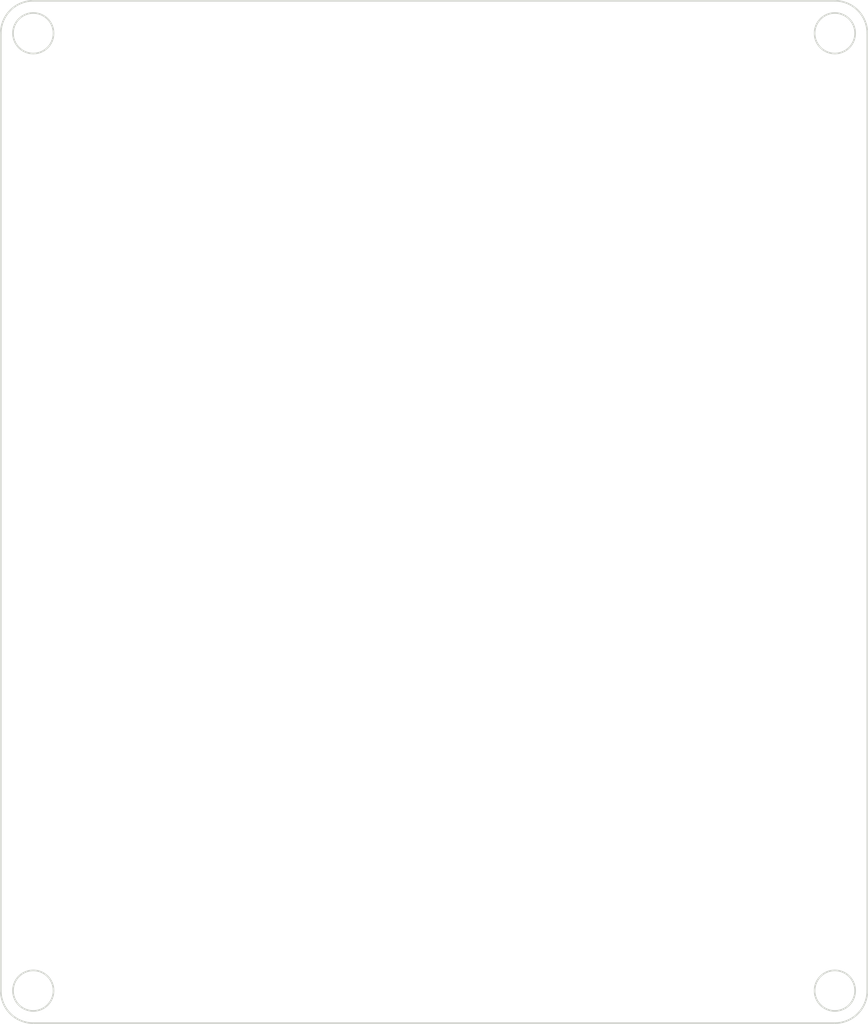
<source format=kicad_pcb>
(kicad_pcb
	(version 20240108)
	(generator "pcbnew")
	(generator_version "8.0")
	(general
		(thickness 1.6)
		(legacy_teardrops no)
	)
	(paper "A4")
	(layers
		(0 "F.Cu" signal)
		(1 "In1.Cu" signal)
		(2 "In2.Cu" signal)
		(31 "B.Cu" signal)
		(32 "B.Adhes" user "B.Adhesive")
		(33 "F.Adhes" user "F.Adhesive")
		(34 "B.Paste" user)
		(35 "F.Paste" user)
		(36 "B.SilkS" user "B.Silkscreen")
		(37 "F.SilkS" user "F.Silkscreen")
		(38 "B.Mask" user)
		(39 "F.Mask" user)
		(40 "Dwgs.User" user "User.Drawings")
		(41 "Cmts.User" user "User.Comments")
		(42 "Eco1.User" user "User.Eco1")
		(43 "Eco2.User" user "User.Eco2")
		(44 "Edge.Cuts" user)
		(45 "Margin" user)
		(46 "B.CrtYd" user "B.Courtyard")
		(47 "F.CrtYd" user "F.Courtyard")
		(48 "B.Fab" user)
		(49 "F.Fab" user)
		(50 "User.1" user)
		(51 "User.2" user)
		(52 "User.3" user)
		(53 "User.4" user)
		(54 "User.5" user)
		(55 "User.6" user)
		(56 "User.7" user)
		(57 "User.8" user)
		(58 "User.9" user)
	)
	(setup
		(stackup
			(layer "F.SilkS"
				(type "Top Silk Screen")
			)
			(layer "F.Paste"
				(type "Top Solder Paste")
			)
			(layer "F.Mask"
				(type "Top Solder Mask")
				(thickness 0.01)
			)
			(layer "F.Cu"
				(type "copper")
				(thickness 0.035)
			)
			(layer "dielectric 1"
				(type "prepreg")
				(thickness 0.1)
				(material "FR4")
				(epsilon_r 4.5)
				(loss_tangent 0.02)
			)
			(layer "In1.Cu"
				(type "copper")
				(thickness 0.035)
			)
			(layer "dielectric 2"
				(type "core")
				(thickness 1.24)
				(material "FR4")
				(epsilon_r 4.5)
				(loss_tangent 0.02)
			)
			(layer "In2.Cu"
				(type "copper")
				(thickness 0.035)
			)
			(layer "dielectric 3"
				(type "prepreg")
				(thickness 0.1)
				(material "FR4")
				(epsilon_r 4.5)
				(loss_tangent 0.02)
			)
			(layer "B.Cu"
				(type "copper")
				(thickness 0.035)
			)
			(layer "B.Mask"
				(type "Bottom Solder Mask")
				(thickness 0.01)
			)
			(layer "B.Paste"
				(type "Bottom Solder Paste")
			)
			(layer "B.SilkS"
				(type "Bottom Silk Screen")
			)
			(copper_finish "Immersion gold")
			(dielectric_constraints no)
		)
		(pad_to_mask_clearance 0)
		(allow_soldermask_bridges_in_footprints no)
		(pcbplotparams
			(layerselection 0x00010fc_ffffffff)
			(plot_on_all_layers_selection 0x0000000_00000000)
			(disableapertmacros no)
			(usegerberextensions no)
			(usegerberattributes yes)
			(usegerberadvancedattributes yes)
			(creategerberjobfile yes)
			(dashed_line_dash_ratio 12.000000)
			(dashed_line_gap_ratio 3.000000)
			(svgprecision 4)
			(plotframeref no)
			(viasonmask no)
			(mode 1)
			(useauxorigin no)
			(hpglpennumber 1)
			(hpglpenspeed 20)
			(hpglpendiameter 15.000000)
			(pdf_front_fp_property_popups yes)
			(pdf_back_fp_property_popups yes)
			(dxfpolygonmode yes)
			(dxfimperialunits yes)
			(dxfusepcbnewfont yes)
			(psnegative no)
			(psa4output no)
			(plotreference yes)
			(plotvalue yes)
			(plotfptext yes)
			(plotinvisibletext no)
			(sketchpadsonfab no)
			(subtractmaskfromsilk no)
			(outputformat 1)
			(mirror no)
			(drillshape 0)
			(scaleselection 1)
			(outputdirectory "Gerber/")
		)
	)
	(net 0 "")
	(gr_line
		(start 144.1912 42.2844)
		(end 144.1912 101.2844)
		(stroke
			(width 0.1)
			(type default)
		)
		(layer "Edge.Cuts")
		(uuid "0dce2c72-f91d-44e9-8cbd-dd3a87778bcf")
	)
	(gr_circle
		(center 146.1912 101.2844)
		(end 147.4412 101.2844)
		(stroke
			(width 0.1)
			(type default)
		)
		(fill none)
		(layer "Edge.Cuts")
		(uuid "18d01811-6935-4d0d-aebf-63e31a45ca9c")
	)
	(gr_arc
		(start 195.5912 40.2844)
		(mid 197.005433 40.870178)
		(end 197.5912 42.2844)
		(stroke
			(width 0.1)
			(type default)
		)
		(layer "Edge.Cuts")
		(uuid "43b4acff-3d42-4eb2-a2cc-43bcf0ea6ecd")
	)
	(gr_line
		(start 146.1912 103.2844)
		(end 195.5912 103.2844)
		(stroke
			(width 0.1)
			(type default)
		)
		(layer "Edge.Cuts")
		(uuid "45feaefd-1597-4467-8cd0-786625ea7e19")
	)
	(gr_circle
		(center 195.5912 42.2844)
		(end 196.8412 42.2844)
		(stroke
			(width 0.1)
			(type default)
		)
		(fill none)
		(layer "Edge.Cuts")
		(uuid "680d6cae-ffa9-4987-ab52-d365d181a73f")
	)
	(gr_line
		(start 197.5912 101.2844)
		(end 197.5912 42.2844)
		(stroke
			(width 0.1)
			(type default)
		)
		(layer "Edge.Cuts")
		(uuid "792235b3-bc45-4172-b805-53f9ca909a84")
	)
	(gr_circle
		(center 195.5912 101.2844)
		(end 196.8412 101.2844)
		(stroke
			(width 0.1)
			(type default)
		)
		(fill none)
		(layer "Edge.Cuts")
		(uuid "8d72fa93-4cfd-4e32-b9a9-59ae988d9b40")
	)
	(gr_arc
		(start 197.5912 101.2844)
		(mid 197.005418 102.698617)
		(end 195.5912 103.2844)
		(stroke
			(width 0.1)
			(type default)
		)
		(layer "Edge.Cuts")
		(uuid "c3f54efd-d1b9-4832-8904-bc4bf1a71604")
	)
	(gr_circle
		(center 146.1912 42.2844)
		(end 147.4412 42.2844)
		(stroke
			(width 0.1)
			(type default)
		)
		(fill none)
		(layer "Edge.Cuts")
		(uuid "c4f672e9-45e0-4b11-9e6f-b499ed407313")
	)
	(gr_line
		(start 195.5912 40.2844)
		(end 146.1912 40.2844)
		(stroke
			(width 0.1)
			(type default)
		)
		(layer "Edge.Cuts")
		(uuid "c5d21ea4-5fe0-4616-aa43-49b958a9c39b")
	)
	(gr_arc
		(start 146.1912 103.2844)
		(mid 144.777005 102.698605)
		(end 144.1912 101.2844)
		(stroke
			(width 0.1)
			(type default)
		)
		(layer "Edge.Cuts")
		(uuid "e469c1b0-145e-423b-a7bf-81ad9a8fc377")
	)
	(gr_arc
		(start 144.1912 42.2844)
		(mid 144.776991 40.87019)
		(end 146.1912 40.2844)
		(stroke
			(width 0.1)
			(type default)
		)
		(layer "Edge.Cuts")
		(uuid "fb75c486-fc3d-421e-82eb-892ab8a83942")
	)
	(gr_line
		(start 179.7812 53.0479)
		(end 179.7812 51.1429)
		(stroke
			(width 0.001)
			(type default)
		)
		(layer "User.1")
		(uuid "007452ce-3e58-42a0-941a-5cef28f2f0b3")
	)
	(gr_arc
		(start 179.7812 46.0629)
		(mid 179.463737 45.745417)
		(end 179.7812 45.4279)
		(stroke
			(width 0.001)
			(type default)
		)
		(layer "User.1")
		(uuid "01d59fe8-db4b-4bff-a7f1-8caef60f1c87")
	)
	(gr_arc
		(start 162.0012 53.0479)
		(mid 162.318737 53.365417)
		(end 162.0012 53.6829)
		(stroke
			(width 0.001)
			(type default)
		)
		(layer "User.1")
		(uuid "03474560-83d8-4e3b-8571-527a4fbc405c")
	)
	(gr_line
		(start 178.4477 56.6674)
		(end 179.7812 56.6674)
		(stroke
			(width 0.001)
			(type default)
		)
		(layer "User.1")
		(uuid "04c37d50-07e4-43e9-85f1-d2e102b7f912")
	)
	(gr_line
		(start 162.0012 50.5079)
		(end 162.0012 48.6029)
		(stroke
			(width 0.001)
			(type default)
		)
		(layer "User.1")
		(uuid "0517c429-f302-438e-ba55-eac892310aaf")
	)
	(gr_line
		(start 163.3347 47.5234)
		(end 162.0012 47.5234)
		(stroke
			(width 0.001)
			(type default)
		)
		(layer "User.1")
		(uuid "080a0065-3607-4057-838e-6357dfdbddd8")
	)
	(gr_line
		(start 162.0012 53.0479)
		(end 162.0012 51.1429)
		(stroke
			(width 0.001)
			(type default)
		)
		(layer "User.1")
		(uuid "08e2f212-6be5-47de-a3c3-824ff4ca160a")
	)
	(gr_circle
		(center 163.2712 45.7454)
		(end 163.6462 45.7454)
		(stroke
			(width 0.001)
			(type default)
		)
		(fill none)
		(layer "User.1")
		(uuid "0a85cc98-59ac-4449-9a22-e2cbf5bf3f9f")
	)
	(gr_line
		(start 179.7812 50.0634)
		(end 178.4477 50.0634)
		(stroke
			(width 0.001)
			(type default)
		)
		(layer "User.1")
		(uuid "0b4aa757-eb29-4168-8c36-82512d5c8cc8")
	)
	(gr_line
		(start 162.0012 59.2074)
		(end 163.3347 59.2074)
		(stroke
			(width 0.001)
			(type default)
		)
		(layer "User.1")
		(uuid "0cb562cc-ffc6-4301-bb79-8da7c71317d3")
	)
	(gr_line
		(start 179.7812 55.1434)
		(end 178.4477 55.1434)
		(stroke
			(width 0.001)
			(type default)
		)
		(layer "User.1")
		(uuid "0daa4b17-f2a0-473e-ba63-ef611b4b9f8f")
	)
	(gr_line
		(start 178.4477 54.1274)
		(end 179.7812 54.1274)
		(stroke
			(width 0.001)
			(type default)
		)
		(layer "User.1")
		(uuid "0db1d796-1c9f-4192-a583-72d860fb9e6b")
	)
	(gr_line
		(start 163.3347 44.9834)
		(end 162.0012 44.9834)
		(stroke
			(width 0.001)
			(type default)
		)
		(layer "User.1")
		(uuid "0e968363-5142-4640-aae9-692efa4e8fd8")
	)
	(gr_arc
		(start 179.7812 58.7629)
		(mid 179.463737 58.445417)
		(end 179.7812 58.1279)
		(stroke
			(width 0.001)
			(type default)
		)
		(layer "User.1")
		(uuid "13553a28-5c97-4153-8f6e-263736811a98")
	)
	(gr_circle
		(center 178.5112 43.2054)
		(end 178.8862 43.2054)
		(stroke
			(width 0.001)
			(type default)
		)
		(fill none)
		(layer "User.1")
		(uuid "18fafaec-60d9-40eb-957d-d7e7bbc20aae")
	)
	(gr_line
		(start 178.4477 51.5874)
		(end 179.7812 51.5874)
		(stroke
			(width 0.001)
			(type default)
		)
		(layer "User.1")
		(uuid "1993cb9e-5c7d-4a2d-b6e8-6a505d7ff44f")
	)
	(gr_line
		(start 163.3347 57.6834)
		(end 162.0012 57.6834)
		(stroke
			(width 0.001)
			(type default)
		)
		(layer "User.1")
		(uuid "1cd8078e-48c3-40b8-98d1-00d928ade889")
	)
	(gr_line
		(start 178.4477 49.0474)
		(end 179.7812 49.0474)
		(stroke
			(width 0.001)
			(type default)
		)
		(layer "User.1")
		(uuid "1fa739ee-75d1-4dea-8ba1-4d9a8b7585b0")
	)
	(gr_circle
		(center 178.5112 53.3654)
		(end 178.8862 53.3654)
		(stroke
			(width 0.001)
			(type default)
		)
		(fill none)
		(layer "User.1")
		(uuid "1fcc5047-b198-4315-822c-003c0ec5d6be")
	)
	(gr_arc
		(start 163.3347 42.4434)
		(mid 164.033223 43.205416)
		(end 163.3347 43.9674)
		(stroke
			(width 0.001)
			(type default)
		)
		(layer "User.1")
		(uuid "2347a7b3-0976-49d6-babd-06778598f1af")
	)
	(gr_arc
		(start 163.3347 55.1434)
		(mid 164.033223 55.905416)
		(end 163.3347 56.6674)
		(stroke
			(width 0.001)
			(type default)
		)
		(layer "User.1")
		(uuid "289487ef-efcb-4734-984b-c48809690887")
	)
	(gr_arc
		(start 163.3347 50.0634)
		(mid 164.033223 50.825416)
		(end 163.3347 51.5874)
		(stroke
			(width 0.001)
			(type default)
		)
		(layer "User.1")
		(uuid "29c8e46c-c47d-443a-95a9-4ed9c5e7a22d")
	)
	(gr_line
		(start 179.7812 58.1279)
		(end 179.7812 56.2229)
		(stroke
			(width 0.001)
			(type default)
		)
		(layer "User.1")
		(uuid "2bcbd1b3-86e4-453b-a807-8bae4ebc61f1")
	)
	(gr_circle
		(center 163.2712 43.2054)
		(end 163.6462 43.2054)
		(stroke
			(width 0.001)
			(type default)
		)
		(fill none)
		(layer "User.1")
		(uuid "2ec321ca-33ae-4afa-9b76-5eb0e331f6c1")
	)
	(gr_arc
		(start 162.0012 58.1279)
		(mid 162.318737 58.445417)
		(end 162.0012 58.7629)
		(stroke
			(width 0.001)
			(type default)
		)
		(layer "User.1")
		(uuid "30b159cf-4c6c-4524-bc2f-a22601c3cb2d")
	)
	(gr_arc
		(start 178.4477 59.2074)
		(mid 177.749248 58.445416)
		(end 178.4477 57.6834)
		(stroke
			(width 0.001)
			(type default)
		)
		(layer "User.1")
		(uuid "38e25d21-88a9-4ad5-abc4-d37a02d91093")
	)
	(gr_arc
		(start 178.4477 56.6674)
		(mid 177.749248 55.905416)
		(end 178.4477 55.1434)
		(stroke
			(width 0.001)
			(type default)
		)
		(layer "User.1")
		(uuid "3ab6ae22-e2d4-48aa-a4ab-97fcb707525d")
	)
	(gr_arc
		(start 162.0012 47.9679)
		(mid 162.318737 48.285417)
		(end 162.0012 48.6029)
		(stroke
			(width 0.001)
			(type default)
		)
		(layer "User.1")
		(uuid "3e268172-2348-4c29-a799-204ef3733b86")
	)
	(gr_circle
		(center 178.5112 55.9054)
		(end 178.8862 55.9054)
		(stroke
			(width 0.001)
			(type default)
		)
		(fill none)
		(layer "User.1")
		(uuid "3e65f9cb-3811-44a2-b235-eeed1dd6fe2f")
	)
	(gr_arc
		(start 178.4477 51.5874)
		(mid 177.749248 50.825416)
		(end 178.4477 50.0634)
		(stroke
			(width 0.001)
			(type default)
		)
		(layer "User.1")
		(uuid "479107ca-6d3b-424a-8259-73ca6d78e273")
	)
	(gr_circle
		(center 178.5112 45.7454)
		(end 178.8862 45.7454)
		(stroke
			(width 0.001)
			(type default)
		)
		(fill none)
		(layer "User.1")
		(uuid "4a23324c-5bbf-4fbf-951f-bcd9c0080969")
	)
	(gr_circle
		(center 178.5112 48.2854)
		(end 178.8862 48.2854)
		(stroke
			(width 0.001)
			(type default)
		)
		(fill none)
		(layer "User.1")
		(uuid "4b4ac225-6c96-423f-ade2-983a7f340ae2")
	)
	(gr_line
		(start 163.3347 42.4434)
		(end 162.0012 42.4434)
		(stroke
			(width 0.001)
			(type default)
		)
		(layer "User.1")
		(uuid "4e73f7c7-7cf3-4feb-8efe-bebca9443253")
	)
	(gr_arc
		(start 179.7812 56.2229)
		(mid 179.463737 55.905417)
		(end 179.7812 55.5879)
		(stroke
			(width 0.001)
			(type default)
		)
		(layer "User.1")
		(uuid "53c94e0a-5db3-48f4-b05c-0874bdc5e90e")
	)
	(gr_line
		(start 162.0012 49.0474)
		(end 163.3347 49.0474)
		(stroke
			(width 0.001)
			(type default)
		)
		(layer "User.1")
		(uuid "5481f606-bcdb-4a2c-98f3-eaf9973d8f08")
	)
	(gr_circle
		(center 163.2712 53.3654)
		(end 163.6462 53.3654)
		(stroke
			(width 0.001)
			(type default)
		)
		(fill none)
		(layer "User.1")
		(uuid "54ca76a1-d886-41b5-b6aa-4321ee962a66")
	)
	(gr_arc
		(start 179.7812 51.1429)
		(mid 179.463737 50.825417)
		(end 179.7812 50.5079)
		(stroke
			(width 0.001)
			(type default)
		)
		(layer "User.1")
		(uuid "554311b1-70d0-44cd-92fa-a11350916a44")
	)
	(gr_line
		(start 162.0012 54.1274)
		(end 163.3347 54.1274)
		(stroke
			(width 0.001)
			(type default)
		)
		(layer "User.1")
		(uuid "55b90684-f890-4cc8-9f9e-e337fdffd8a3")
	)
	(gr_line
		(start 162.0012 58.1279)
		(end 162.0012 56.2229)
		(stroke
			(width 0.001)
			(type default)
		)
		(layer "User.1")
		(uuid "5a1def4a-8132-44ba-a15d-79bd9ae63ce2")
	)
	(gr_arc
		(start 179.7812 53.6829)
		(mid 179.463737 53.365417)
		(end 179.7812 53.0479)
		(stroke
			(width 0.001)
			(type default)
		)
		(layer "User.1")
		(uuid "5b2ba1e2-7f2b-4cdb-8ae3-7fe01f44dd07")
	)
	(gr_line
		(start 162.0012 51.5874)
		(end 163.3347 51.5874)
		(stroke
			(width 0.001)
			(type default)
		)
		(layer "User.1")
		(uuid "5bf2ee77-aa0b-47eb-b362-85c7164095bc")
	)
	(gr_line
		(start 178.4477 43.9674)
		(end 179.7812 43.9674)
		(stroke
			(width 0.001)
			(type default)
		)
		(layer "User.1")
		(uuid "5c919dd5-2908-4920-b4da-651675011b2f")
	)
	(gr_arc
		(start 163.3347 44.9834)
		(mid 164.033223 45.745416)
		(end 163.3347 46.5074)
		(stroke
			(width 0.001)
			(type default)
		)
		(layer "User.1")
		(uuid "5c95cc04-d8fd-41a1-9ddc-3591ce7d1db9")
	)
	(gr_arc
		(start 163.3347 52.6034)
		(mid 164.033223 53.365416)
		(end 163.3347 54.1274)
		(stroke
			(width 0.001)
			(type default)
		)
		(layer "User.1")
		(uuid "6b69fe0f-db38-4a97-be9e-4afdef267912")
	)
	(gr_line
		(start 162.0012 47.9679)
		(end 162.0012 46.0629)
		(stroke
			(width 0.001)
			(type default)
		)
		(layer "User.1")
		(uuid "6fc4e125-a76a-490b-b871-916190e673e6")
	)
	(gr_arc
		(start 178.4477 43.9674)
		(mid 177.749248 43.205416)
		(end 178.4477 42.4434)
		(stroke
			(width 0.001)
			(type default)
		)
		(layer "User.1")
		(uuid "7612576a-590a-4431-a497-7e883f54f6bd")
	)
	(gr_line
		(start 179.7812 45.4279)
		(end 179.7812 43.5229)
		(stroke
			(width 0.001)
			(type default)
		)
		(layer "User.1")
		(uuid "78d4d05f-5aa8-4ee8-a2de-ccfd30f150f3")
	)
	(gr_circle
		(center 178.5112 50.8254)
		(end 178.8862 50.8254)
		(stroke
			(width 0.001)
			(type default)
		)
		(fill none)
		(layer "User.1")
		(uuid "7dad6a5a-1d3c-478f-bd49-750eb31f06c7")
	)
	(gr_line
		(start 162.0012 43.9674)
		(end 163.3347 43.9674)
		(stroke
			(width 0.001)
			(type default)
		)
		(layer "User.1")
		(uuid "841f0e70-2dda-4f83-a374-30e961b959fb")
	)
	(gr_line
		(start 163.3347 55.1434)
		(end 162.0012 55.1434)
		(stroke
			(width 0.001)
			(type default)
		)
		(layer "User.1")
		(uuid "882e19f1-8ecb-4b44-ade3-797b537b965a")
	)
	(gr_line
		(start 179.7812 47.9679)
		(end 179.7812 46.0629)
		(stroke
			(width 0.001)
			(type default)
		)
		(layer "User.1")
		(uuid "88cabcd9-7e54-477b-921c-91388fc39556")
	)
	(gr_line
		(start 179.7812 57.6834)
		(end 178.4477 57.6834)
		(stroke
			(width 0.001)
			(type default)
		)
		(layer "User.1")
		(uuid "8946479f-3352-4dcd-ace5-6a9c2e2ac38f")
	)
	(gr_arc
		(start 162.0012 55.5879)
		(mid 162.318737 55.905417)
		(end 162.0012 56.2229)
		(stroke
			(width 0.001)
			(type default)
		)
		(layer "User.1")
		(uuid "8fb8a1c2-79fa-4c1d-8162-630430829982")
	)
	(gr_line
		(start 162.0012 42.8879)
		(end 162.0012 42.1894)
		(stroke
			(width 0.001)
			(type default)
		)
		(layer "User.1")
		(uuid "9039d1dd-d35a-490c-a8e2-a7b4d0a5c87c")
	)
	(gr_circle
		(center 163.2712 48.2854)
		(end 163.6462 48.2854)
		(stroke
			(width 0.001)
			(type default)
		)
		(fill none)
		(layer "User.1")
		(uuid "9370446d-809f-4433-9c69-830878b1cdda")
	)
	(gr_arc
		(start 179.7812 43.5229)
		(mid 179.463737 43.205417)
		(end 179.7812 42.8879)
		(stroke
			(width 0.001)
			(type default)
		)
		(layer "User.1")
		(uuid "95a7ec1a-78b0-477f-9531-6729ebde0631")
	)
	(gr_line
		(start 163.9062 40.2844)
		(end 177.8762 40.2844)
		(stroke
			(width 0.001)
			(type default)
		)
		(layer "User.1")
		(uuid "97861aa6-b1ee-4a28-9ad6-e6a9d2e3ee95")
	)
	(gr_circle
		(center 163.2712 55.9054)
		(end 163.6462 55.9054)
		(stroke
			(width 0.001)
			(type default)
		)
		(fill none)
		(layer "User.1")
		(uuid "97b91b32-430c-4b36-ac44-c72f51608404")
	)
	(gr_arc
		(start 178.4477 49.0474)
		(mid 177.749248 48.285416)
		(end 178.4477 47.5234)
		(stroke
			(width 0.001)
			(type default)
		)
		(layer "User.1")
		(uuid "9f8ef009-4989-49e8-8bbf-11ae5ce40a66")
	)
	(gr_line
		(start 179.7812 55.5879)
		(end 179.7812 53.6829)
		(stroke
			(width 0.001)
			(type default)
		)
		(layer "User.1")
		(uuid "9fb78d50-e342-46f1-b2f3-2536d3416160")
	)
	(gr_arc
		(start 162.0012 50.5079)
		(mid 162.318737 50.825417)
		(end 162.0012 51.1429)
		(stroke
			(width 0.001)
			(type default)
		)
		(layer "User.1")
		(uuid "a43eef06-2adf-42b2-af3f-e7bed0a99c1d")
	)
	(gr_line
		(start 178.4477 46.5074)
		(end 179.7812 46.5074)
		(stroke
			(width 0.001)
			(type default)
		)
		(layer "User.1")
		(uuid "a6914f6b-afd4-4f6e-9ea3-5e162567a7b6")
	)
	(gr_line
		(start 179.7812 52.6034)
		(end 178.4477 52.6034)
		(stroke
			(width 0.001)
			(type default)
		)
		(layer "User.1")
		(uuid "b0b2cc61-15f3-42a7-8e4a-e9b44cdbd330")
	)
	(gr_arc
		(start 177.876156 40.2844)
		(mid 179.223177 40.842373)
		(end 179.7812 42.1894)
		(stroke
			(width 0.001)
			(type default)
		)
		(layer "User.1")
		(uuid "b6b2e7ea-98d7-4e99-98a9-4b3bfb01230d")
	)
	(gr_arc
		(start 163.3347 47.5234)
		(mid 164.033223 48.285416)
		(end 163.3347 49.0474)
		(stroke
			(width 0.001)
			(type default)
		)
		(layer "User.1")
		(uuid "b8c2aa1b-56d4-4ad3-b410-48dbeab0c0fe")
	)
	(gr_line
		(start 179.7812 42.8879)
		(end 179.7812 42.1894)
		(stroke
			(width 0.001)
			(type default)
		)
		(layer "User.1")
		(uuid "b8ef7b3f-4563-44bf-821a-b6a7b8baf3e2")
	)
	(gr_arc
		(start 178.4477 46.5074)
		(mid 177.749248 45.745416)
		(end 178.4477 44.9834)
		(stroke
			(width 0.001)
			(type default)
		)
		(layer "User.1")
		(uuid "bff5d864-8c97-49f2-b8b1-a5d653b685b2")
	)
	(gr_arc
		(start 163.9062 61.2394)
		(mid 162.559145 60.681436)
		(end 162.0012 59.3344)
		(stroke
			(width 0.001)
			(type default)
		)
		(layer "User.1")
		(uuid "c266bd08-1aad-4f03-a9ba-8f20bfa34fdc")
	)
	(gr_arc
		(start 162.0012 42.1894)
		(mid 162.559182 40.84235)
		(end 163.906244 40.2844)
		(stroke
			(width 0.001)
			(type default)
		)
		(layer "User.1")
		(uuid "c4a648f5-905b-4031-8f89-106540c34561")
	)
	(gr_line
		(start 162.0012 45.4279)
		(end 162.0012 43.5229)
		(stroke
			(width 0.001)
			(type default)
		)
		(layer "User.1")
		(uuid "c4abd090-ba27-4785-a7da-53ba02537411")
	)
	(gr_line
		(start 163.3347 50.0634)
		(end 162.0012 50.0634)
		(stroke
			(width 0.001)
			(type default)
		)
		(layer "User.1")
		(uuid "c701a98e-d982-462c-bfd1-c130b9160004")
	)
	(gr_line
		(start 162.0012 46.5074)
		(end 163.3347 46.5074)
		(stroke
			(width 0.001)
			(type default)
		)
		(layer "User.1")
		(uuid "cc3e38b3-0f7b-411e-a3e6-93cd45670dd8")
	)
	(gr_circle
		(center 163.2712 50.8254)
		(end 163.6462 50.8254)
		(stroke
			(width 0.001)
			(type default)
		)
		(fill none)
		(layer "User.1")
		(uuid "cf10619d-2004-4add-a32f-91b7d9e296e8")
	)
	(gr_line
		(start 162.0012 56.6674)
		(end 163.3347 56.6674)
		(stroke
			(width 0.001)
			(type default)
		)
		(layer "User.1")
		(uuid "d0a22dfc-4950-46da-b3c2-a35ad014061a")
	)
	(gr_circle
		(center 163.2712 58.4454)
		(end 163.6462 58.4454)
		(stroke
			(width 0.001)
			(type default)
		)
		(fill none)
		(layer "User.1")
		(uuid "d22c622f-e7f9-43af-8353-ebea2a5c3331")
	)
	(gr_line
		(start 162.0012 55.5879)
		(end 162.0012 53.6829)
		(stroke
			(width 0.001)
			(type default)
		)
		(layer "User.1")
		(uuid "d31f14e8-05f3-4bfd-8383-b6f641fb161d")
	)
	(gr_line
		(start 163.3347 52.6034)
		(end 162.0012 52.6034)
		(stroke
			(width 0.001)
			(type default)
		)
		(layer "User.1")
		(uuid "d3bd8259-4aba-42dd-b781-668e59cde5e8")
	)
	(gr_line
		(start 179.7812 47.5234)
		(end 178.4477 47.5234)
		(stroke
			(width 0.001)
			(type default)
		)
		(layer "User.1")
		(uuid "d50e64a9-730d-4296-beee-8896c4e9b840")
	)
	(gr_arc
		(start 179.7812 59.3344)
		(mid 179.223214 60.681413)
		(end 177.8762 61.2394)
		(stroke
			(width 0.001)
			(type default)
		)
		(layer "User.1")
		(uuid "d52ccc88-9cd2-4bf1-84c4-c0e6001fa933")
	)
	(gr_arc
		(start 162.0012 42.8879)
		(mid 162.318737 43.205417)
		(end 162.0012 43.5229)
		(stroke
			(width 0.001)
			(type default)
		)
		(layer "User.1")
		(uuid "d9538d89-80c6-4002-abba-c65c2433eb5c")
	)
	(gr_arc
		(start 178.4477 54.1274)
		(mid 177.749248 53.365416)
		(end 178.4477 52.6034)
		(stroke
			(width 0.001)
			(type default)
		)
		(layer "User.1")
		(uuid "da43c192-cfbf-4e1a-a515-826079c9ae1d")
	)
	(gr_arc
		(start 163.3347 57.6834)
		(mid 164.033223 58.445416)
		(end 163.3347 59.2074)
		(stroke
			(width 0.001)
			(type default)
		)
		(layer "User.1")
		(uuid "dad243da-fca2-4dcb-9a6a-aab3857a73ad")
	)
	(gr_circle
		(center 178.5112 58.4454)
		(end 178.8862 58.4454)
		(stroke
			(width 0.001)
			(type default)
		)
		(fill none)
		(layer "User.1")
		(uuid "e57e5513-bffb-4ab8-834a-6a4f10c6cfa5")
	)
	(gr_line
		(start 179.7812 50.5079)
		(end 179.7812 48.6029)
		(stroke
			(width 0.001)
			(type default)
		)
		(layer "User.1")
		(uuid "e7e051e3-8f66-4f99-8a22-543b0fd568a7")
	)
	(gr_line
		(start 177.8762 61.2394)
		(end 163.9062 61.2394)
		(stroke
			(width 0.001)
			(type default)
		)
		(layer "User.1")
		(uuid "e8390959-2848-42ed-ab30-1bf72994e1ee")
	)
	(gr_line
		(start 162.0012 59.3344)
		(end 162.0012 58.7629)
		(stroke
			(width 0.001)
			(type default)
		)
		(layer "User.1")
		(uuid "ec85a08a-137d-465b-b547-490bdf9ef894")
	)
	(gr_line
		(start 178.4477 59.2074)
		(end 179.7812 59.2074)
		(stroke
			(width 0.001)
			(type default)
		)
		(layer "User.1")
		(uuid "ed0a9334-a402-4ce0-b983-e310f8da0626")
	)
	(gr_line
		(start 179.7812 44.9834)
		(end 178.4477 44.9834)
		(stroke
			(width 0.001)
			(type default)
		)
		(layer "User.1")
		(uuid "ed3276b8-dfd2-4b90-8e34-67ab67552346")
	)
	(gr_line
		(start 179.7812 59.3344)
		(end 179.7812 58.7629)
		(stroke
			(width 0.001)
			(type default)
		)
		(layer "User.1")
		(uuid "f0288274-d32c-4ca7-a131-f27d3ac75f18")
	)
	(gr_arc
		(start 179.7812 48.6029)
		(mid 179.463737 48.285417)
		(end 179.7812 47.9679)
		(stroke
			(width 0.001)
			(type default)
		)
		(layer "User.1")
		(uuid "f82c73fb-e8ae-4f1e-ac1a-1d51a63ba46f")
	)
	(gr_arc
		(start 162.0012 45.4279)
		(mid 162.318737 45.745417)
		(end 162.0012 46.0629)
		(stroke
			(width 0.001)
			(type default)
		)
		(layer "User.1")
		(uuid "f89da102-5098-48bb-89f5-c6f256df881f")
	)
	(gr_line
		(start 179.7812 42.4434)
		(end 178.4477 42.4434)
		(stroke
			(width 0.001)
			(type default)
		)
		(layer "User.1")
		(uuid "faaa4543-9aef-47ff-9bf7-6a6b6aef0d62")
	)
)
</source>
